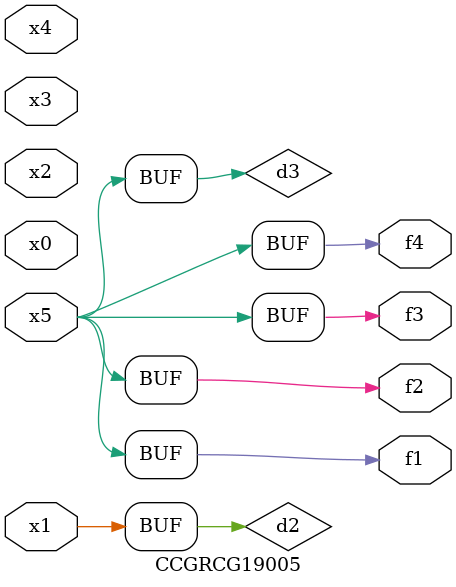
<source format=v>
module CCGRCG19005(
	input x0, x1, x2, x3, x4, x5,
	output f1, f2, f3, f4
);

	wire d1, d2, d3;

	not (d1, x5);
	or (d2, x1);
	xnor (d3, d1);
	assign f1 = d3;
	assign f2 = d3;
	assign f3 = d3;
	assign f4 = d3;
endmodule

</source>
